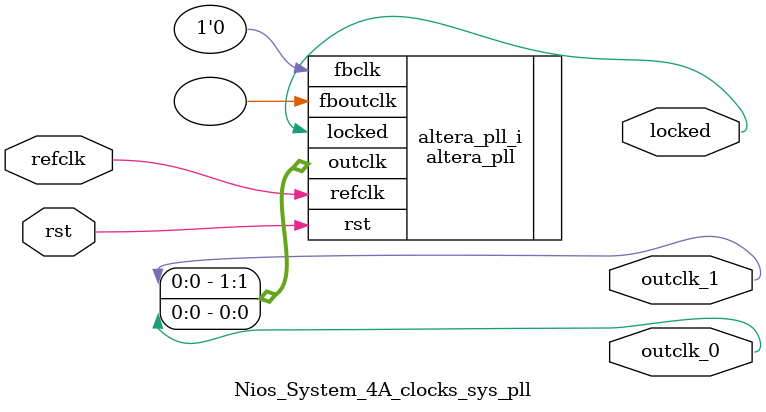
<source format=v>
`timescale 1ns/10ps
module  Nios_System_4A_clocks_sys_pll(

	// interface 'refclk'
	input wire refclk,

	// interface 'reset'
	input wire rst,

	// interface 'outclk0'
	output wire outclk_0,

	// interface 'outclk1'
	output wire outclk_1,

	// interface 'locked'
	output wire locked
);

	altera_pll #(
		.fractional_vco_multiplier("false"),
		.reference_clock_frequency("50.0 MHz"),
		.operation_mode("direct"),
		.number_of_clocks(2),
		.output_clock_frequency0("50.000000 MHz"),
		.phase_shift0("0 ps"),
		.duty_cycle0(50),
		.output_clock_frequency1("50.000000 MHz"),
		.phase_shift1("-3000 ps"),
		.duty_cycle1(50),
		.output_clock_frequency2("0 MHz"),
		.phase_shift2("0 ps"),
		.duty_cycle2(50),
		.output_clock_frequency3("0 MHz"),
		.phase_shift3("0 ps"),
		.duty_cycle3(50),
		.output_clock_frequency4("0 MHz"),
		.phase_shift4("0 ps"),
		.duty_cycle4(50),
		.output_clock_frequency5("0 MHz"),
		.phase_shift5("0 ps"),
		.duty_cycle5(50),
		.output_clock_frequency6("0 MHz"),
		.phase_shift6("0 ps"),
		.duty_cycle6(50),
		.output_clock_frequency7("0 MHz"),
		.phase_shift7("0 ps"),
		.duty_cycle7(50),
		.output_clock_frequency8("0 MHz"),
		.phase_shift8("0 ps"),
		.duty_cycle8(50),
		.output_clock_frequency9("0 MHz"),
		.phase_shift9("0 ps"),
		.duty_cycle9(50),
		.output_clock_frequency10("0 MHz"),
		.phase_shift10("0 ps"),
		.duty_cycle10(50),
		.output_clock_frequency11("0 MHz"),
		.phase_shift11("0 ps"),
		.duty_cycle11(50),
		.output_clock_frequency12("0 MHz"),
		.phase_shift12("0 ps"),
		.duty_cycle12(50),
		.output_clock_frequency13("0 MHz"),
		.phase_shift13("0 ps"),
		.duty_cycle13(50),
		.output_clock_frequency14("0 MHz"),
		.phase_shift14("0 ps"),
		.duty_cycle14(50),
		.output_clock_frequency15("0 MHz"),
		.phase_shift15("0 ps"),
		.duty_cycle15(50),
		.output_clock_frequency16("0 MHz"),
		.phase_shift16("0 ps"),
		.duty_cycle16(50),
		.output_clock_frequency17("0 MHz"),
		.phase_shift17("0 ps"),
		.duty_cycle17(50),
		.pll_type("General"),
		.pll_subtype("General")
	) altera_pll_i (
		.rst	(rst),
		.outclk	({outclk_1, outclk_0}),
		.locked	(locked),
		.fboutclk	( ),
		.fbclk	(1'b0),
		.refclk	(refclk)
	);
endmodule


</source>
